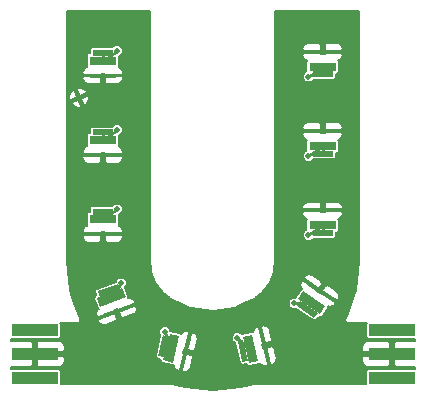
<source format=gtl>
G04 #@! TF.FileFunction,Copper,L1,Top,Signal*
%FSLAX46Y46*%
G04 Gerber Fmt 4.6, Leading zero omitted, Abs format (unit mm)*
G04 Created by KiCad (PCBNEW 4.0.0-rc2-stable) date 3/3/2016 3:48:12 PM*
%MOMM*%
G01*
G04 APERTURE LIST*
%ADD10C,0.150000*%
%ADD11R,1.800000X0.500000*%
%ADD12R,2.300000X0.320000*%
%ADD13R,2.300000X0.800000*%
%ADD14C,0.500000*%
%ADD15R,4.000000X1.000000*%
%ADD16C,0.600000*%
%ADD17C,0.254000*%
%ADD18C,0.152400*%
G04 APERTURE END LIST*
D10*
D11*
X54821617Y-22721893D03*
D12*
X54821617Y-24621893D03*
D13*
X54821617Y-23371893D03*
D14*
X56021617Y-22521893D03*
D11*
X54821617Y-29431410D03*
D12*
X54821617Y-31331410D03*
D13*
X54821617Y-30081410D03*
D14*
X56021617Y-29231410D03*
D11*
X54821617Y-36140924D03*
D12*
X54821617Y-38040924D03*
D13*
X54821617Y-36790924D03*
D14*
X56021617Y-35940924D03*
D10*
G36*
X54376499Y-42896259D02*
X56063188Y-42267704D01*
X56237787Y-42736229D01*
X54551098Y-43364784D01*
X54376499Y-42896259D01*
X54376499Y-42896259D01*
G37*
G36*
X54837139Y-44848285D02*
X56992352Y-44045133D01*
X57104095Y-44344989D01*
X54948882Y-45148141D01*
X54837139Y-44848285D01*
X54837139Y-44848285D01*
G37*
G36*
X54316835Y-43452083D02*
X56472049Y-42648930D01*
X56751407Y-43398569D01*
X54596193Y-44201722D01*
X54316835Y-43452083D01*
X54316835Y-43452083D01*
G37*
D14*
X56361763Y-42209797D03*
D10*
G36*
X59517080Y-48378839D02*
X59934861Y-46627994D01*
X60421206Y-46744045D01*
X60003425Y-48494890D01*
X59517080Y-48378839D01*
X59517080Y-48378839D01*
G37*
G36*
X61394712Y-49083892D02*
X61928543Y-46846701D01*
X62239804Y-46920974D01*
X61705973Y-49158165D01*
X61394712Y-49083892D01*
X61394712Y-49083892D01*
G37*
G36*
X59945401Y-48738062D02*
X60479232Y-46500871D01*
X61257385Y-46686552D01*
X60723554Y-48923743D01*
X59945401Y-48738062D01*
X59945401Y-48738062D01*
G37*
D14*
X60053126Y-46347791D03*
D10*
G36*
X66630357Y-48872197D02*
X66214535Y-47120885D01*
X66701011Y-47005379D01*
X67116833Y-48756691D01*
X66630357Y-48872197D01*
X66630357Y-48872197D01*
G37*
G36*
X68624283Y-48655720D02*
X68092955Y-46417934D01*
X68404299Y-46344010D01*
X68935627Y-48581796D01*
X68624283Y-48655720D01*
X68624283Y-48655720D01*
G37*
G36*
X67174586Y-48999928D02*
X66643257Y-46762142D01*
X67421618Y-46577332D01*
X67952947Y-48815118D01*
X67174586Y-48999928D01*
X67174586Y-48999928D01*
G37*
D14*
X66193879Y-46817450D03*
D10*
G36*
X72729226Y-45116742D02*
X71232348Y-44117064D01*
X71510036Y-43701264D01*
X73006914Y-44700942D01*
X72729226Y-45116742D01*
X72729226Y-45116742D01*
G37*
G36*
X74042325Y-43600704D02*
X72129648Y-42323338D01*
X72307369Y-42057226D01*
X74220046Y-43334592D01*
X74042325Y-43600704D01*
X74042325Y-43600704D01*
G37*
G36*
X73214814Y-44839787D02*
X71302137Y-43562420D01*
X71746438Y-42897141D01*
X73659115Y-44174508D01*
X73214814Y-44839787D01*
X73214814Y-44839787D01*
G37*
D14*
X71010637Y-43908871D03*
D11*
X73419270Y-37940924D03*
D12*
X73419270Y-36040924D03*
D13*
X73419270Y-37290924D03*
D14*
X72219270Y-38140924D03*
D11*
X73419270Y-31231406D03*
D12*
X73419270Y-29331406D03*
D13*
X73419270Y-30581406D03*
D14*
X72219270Y-31431406D03*
D11*
X73419270Y-24521891D03*
D12*
X73419270Y-22621891D03*
D13*
X73419270Y-23871891D03*
D14*
X72219270Y-24721891D03*
D15*
X79309200Y-50206340D03*
X79309200Y-48206340D03*
X79309200Y-46206340D03*
D16*
X78309200Y-50206340D03*
X78309200Y-48206340D03*
X78309200Y-46206340D03*
D15*
X49034782Y-46206340D03*
X49034782Y-48206340D03*
X49034782Y-50206340D03*
D16*
X50034782Y-46206340D03*
X50034782Y-48206340D03*
X50034782Y-50206340D03*
D14*
X52812719Y-26500477D03*
D17*
X54820000Y-22720000D02*
X54820000Y-23370000D01*
X54820000Y-22720000D02*
X54820000Y-23370000D01*
X54820000Y-22720000D02*
X54820000Y-23370000D01*
X54820000Y-22720000D02*
X54820000Y-23370000D01*
X54820000Y-22720000D02*
X54820000Y-23370000D01*
X54820000Y-22720000D02*
X54820000Y-23370000D01*
X54820000Y-22720000D02*
X54820000Y-23370000D01*
X54820000Y-22720000D02*
X54820000Y-23370000D01*
X54820000Y-22720000D02*
X54820000Y-23370000D01*
X54820000Y-23370000D02*
X56020000Y-22520000D01*
X54820000Y-23370000D02*
X56020000Y-22520000D01*
X54820000Y-23370000D02*
X56020000Y-22520000D01*
X54820000Y-23370000D02*
X56020000Y-22520000D01*
X54820000Y-23370000D02*
X56020000Y-22520000D01*
X54820000Y-23370000D02*
X56020000Y-22520000D01*
X54820000Y-23370000D02*
X56020000Y-22520000D01*
X54820000Y-23370000D02*
X56020000Y-22520000D01*
X54820000Y-23370000D02*
X56020000Y-22520000D01*
X54820000Y-29430000D02*
X54820000Y-30080000D01*
X54820000Y-29430000D02*
X54820000Y-30080000D01*
X54820000Y-29430000D02*
X54820000Y-30080000D01*
X54820000Y-29430000D02*
X54820000Y-30080000D01*
X54820000Y-29430000D02*
X54820000Y-30080000D01*
X54820000Y-29430000D02*
X54820000Y-30080000D01*
X54820000Y-29430000D02*
X54820000Y-30080000D01*
X54820000Y-29430000D02*
X54820000Y-30080000D01*
X54820000Y-29430000D02*
X54820000Y-30080000D01*
X54820000Y-30080000D02*
X56020000Y-29230000D01*
X54820000Y-30080000D02*
X56020000Y-29230000D01*
X54820000Y-30080000D02*
X56020000Y-29230000D01*
X54820000Y-30080000D02*
X56020000Y-29230000D01*
X54820000Y-30080000D02*
X56020000Y-29230000D01*
X54820000Y-30080000D02*
X56020000Y-29230000D01*
X54820000Y-30080000D02*
X56020000Y-29230000D01*
X54820000Y-30080000D02*
X56020000Y-29230000D01*
X54820000Y-30080000D02*
X56020000Y-29230000D01*
X54820000Y-36140000D02*
X54820000Y-36790000D01*
X54820000Y-36140000D02*
X54820000Y-36790000D01*
X54820000Y-36140000D02*
X54820000Y-36790000D01*
X54820000Y-36140000D02*
X54820000Y-36790000D01*
X54820000Y-36140000D02*
X54820000Y-36790000D01*
X54820000Y-36140000D02*
X54820000Y-36790000D01*
X54820000Y-36140000D02*
X54820000Y-36790000D01*
X54820000Y-36140000D02*
X54820000Y-36790000D01*
X54820000Y-36140000D02*
X54820000Y-36790000D01*
X54820000Y-36790000D02*
X56020000Y-35940000D01*
X54820000Y-36790000D02*
X56020000Y-35940000D01*
X54820000Y-36790000D02*
X56020000Y-35940000D01*
X54820000Y-36790000D02*
X56020000Y-35940000D01*
X54820000Y-36790000D02*
X56020000Y-35940000D01*
X54820000Y-36790000D02*
X56020000Y-35940000D01*
X54820000Y-36790000D02*
X56020000Y-35940000D01*
X54820000Y-36790000D02*
X56020000Y-35940000D01*
X54820000Y-36790000D02*
X56020000Y-35940000D01*
X55310000Y-42820000D02*
X55530000Y-43430000D01*
X55310000Y-42820000D02*
X55530000Y-43430000D01*
X55310000Y-42820000D02*
X55530000Y-43430000D01*
X55310000Y-42820000D02*
X55530000Y-43430000D01*
X55310000Y-42820000D02*
X55530000Y-43430000D01*
X55310000Y-42820000D02*
X55530000Y-43430000D01*
X55310000Y-42820000D02*
X55530000Y-43430000D01*
X55310000Y-42820000D02*
X55530000Y-43430000D01*
X55310000Y-42820000D02*
X55530000Y-43430000D01*
X55530000Y-43430000D02*
X56360000Y-42210000D01*
X55530000Y-43430000D02*
X56360000Y-42210000D01*
X55530000Y-43430000D02*
X56360000Y-42210000D01*
X55530000Y-43430000D02*
X56360000Y-42210000D01*
X55530000Y-43430000D02*
X56360000Y-42210000D01*
X55530000Y-43430000D02*
X56360000Y-42210000D01*
X55530000Y-43430000D02*
X56360000Y-42210000D01*
X55530000Y-43430000D02*
X56360000Y-42210000D01*
X55530000Y-43430000D02*
X56360000Y-42210000D01*
X59970000Y-47560000D02*
X60600000Y-47710000D01*
X59970000Y-47560000D02*
X60600000Y-47710000D01*
X59970000Y-47560000D02*
X60600000Y-47710000D01*
X59970000Y-47560000D02*
X60600000Y-47710000D01*
X59970000Y-47560000D02*
X60600000Y-47710000D01*
X59970000Y-47560000D02*
X60600000Y-47710000D01*
X59970000Y-47560000D02*
X60600000Y-47710000D01*
X59970000Y-47560000D02*
X60600000Y-47710000D01*
X59970000Y-47560000D02*
X60600000Y-47710000D01*
X60600000Y-47710000D02*
X60050000Y-46350000D01*
X60600000Y-47710000D02*
X60050000Y-46350000D01*
X60600000Y-47710000D02*
X60050000Y-46350000D01*
X60600000Y-47710000D02*
X60050000Y-46350000D01*
X60600000Y-47710000D02*
X60050000Y-46350000D01*
X60600000Y-47710000D02*
X60050000Y-46350000D01*
X60600000Y-47710000D02*
X60050000Y-46350000D01*
X60600000Y-47710000D02*
X60050000Y-46350000D01*
X60600000Y-47710000D02*
X60050000Y-46350000D01*
X66670000Y-47940000D02*
X67300000Y-47790000D01*
X66670000Y-47940000D02*
X67300000Y-47790000D01*
X66670000Y-47940000D02*
X67300000Y-47790000D01*
X66670000Y-47940000D02*
X67300000Y-47790000D01*
X66670000Y-47940000D02*
X67300000Y-47790000D01*
X66670000Y-47940000D02*
X67300000Y-47790000D01*
X66670000Y-47940000D02*
X67300000Y-47790000D01*
X66670000Y-47940000D02*
X67300000Y-47790000D01*
X66670000Y-47940000D02*
X67300000Y-47790000D01*
X67300000Y-47790000D02*
X66190000Y-46820000D01*
X67300000Y-47790000D02*
X66190000Y-46820000D01*
X67300000Y-47790000D02*
X66190000Y-46820000D01*
X67300000Y-47790000D02*
X66190000Y-46820000D01*
X67300000Y-47790000D02*
X66190000Y-46820000D01*
X67300000Y-47790000D02*
X66190000Y-46820000D01*
X67300000Y-47790000D02*
X66190000Y-46820000D01*
X67300000Y-47790000D02*
X66190000Y-46820000D01*
X67300000Y-47790000D02*
X66190000Y-46820000D01*
X72120000Y-44410000D02*
X72480000Y-43870000D01*
X72120000Y-44410000D02*
X72480000Y-43870000D01*
X72120000Y-44410000D02*
X72480000Y-43870000D01*
X72120000Y-44410000D02*
X72480000Y-43870000D01*
X72120000Y-44410000D02*
X72480000Y-43870000D01*
X72120000Y-44410000D02*
X72480000Y-43870000D01*
X72120000Y-44410000D02*
X72480000Y-43870000D01*
X72120000Y-44410000D02*
X72480000Y-43870000D01*
X72120000Y-44410000D02*
X72480000Y-43870000D01*
X72480000Y-43870000D02*
X71010000Y-43910000D01*
X72480000Y-43870000D02*
X71010000Y-43910000D01*
X72480000Y-43870000D02*
X71010000Y-43910000D01*
X72480000Y-43870000D02*
X71010000Y-43910000D01*
X72480000Y-43870000D02*
X71010000Y-43910000D01*
X72480000Y-43870000D02*
X71010000Y-43910000D01*
X72480000Y-43870000D02*
X71010000Y-43910000D01*
X72480000Y-43870000D02*
X71010000Y-43910000D01*
X72480000Y-43870000D02*
X71010000Y-43910000D01*
X73420000Y-37940000D02*
X73420000Y-37290000D01*
X73420000Y-37940000D02*
X73420000Y-37290000D01*
X73420000Y-37940000D02*
X73420000Y-37290000D01*
X73420000Y-37940000D02*
X73420000Y-37290000D01*
X73420000Y-37940000D02*
X73420000Y-37290000D01*
X73420000Y-37940000D02*
X73420000Y-37290000D01*
X73420000Y-37940000D02*
X73420000Y-37290000D01*
X73420000Y-37940000D02*
X73420000Y-37290000D01*
X73420000Y-37940000D02*
X73420000Y-37290000D01*
X73420000Y-37290000D02*
X72220000Y-38140000D01*
X73420000Y-37290000D02*
X72220000Y-38140000D01*
X73420000Y-37290000D02*
X72220000Y-38140000D01*
X73420000Y-37290000D02*
X72220000Y-38140000D01*
X73420000Y-37290000D02*
X72220000Y-38140000D01*
X73420000Y-37290000D02*
X72220000Y-38140000D01*
X73420000Y-37290000D02*
X72220000Y-38140000D01*
X73420000Y-37290000D02*
X72220000Y-38140000D01*
X73420000Y-37290000D02*
X72220000Y-38140000D01*
X73420000Y-31230000D02*
X73420000Y-30580000D01*
X73420000Y-31230000D02*
X73420000Y-30580000D01*
X73420000Y-31230000D02*
X73420000Y-30580000D01*
X73420000Y-31230000D02*
X73420000Y-30580000D01*
X73420000Y-31230000D02*
X73420000Y-30580000D01*
X73420000Y-31230000D02*
X73420000Y-30580000D01*
X73420000Y-31230000D02*
X73420000Y-30580000D01*
X73420000Y-31230000D02*
X73420000Y-30580000D01*
X73420000Y-31230000D02*
X73420000Y-30580000D01*
X73420000Y-30580000D02*
X72220000Y-31430000D01*
X73420000Y-30580000D02*
X72220000Y-31430000D01*
X73420000Y-30580000D02*
X72220000Y-31430000D01*
X73420000Y-30580000D02*
X72220000Y-31430000D01*
X73420000Y-30580000D02*
X72220000Y-31430000D01*
X73420000Y-30580000D02*
X72220000Y-31430000D01*
X73420000Y-30580000D02*
X72220000Y-31430000D01*
X73420000Y-30580000D02*
X72220000Y-31430000D01*
X73420000Y-30580000D02*
X72220000Y-31430000D01*
X73420000Y-24520000D02*
X73420000Y-23870000D01*
X73420000Y-24520000D02*
X73420000Y-23870000D01*
X73420000Y-24520000D02*
X73420000Y-23870000D01*
X73420000Y-24520000D02*
X73420000Y-23870000D01*
X73420000Y-24520000D02*
X73420000Y-23870000D01*
X73420000Y-24520000D02*
X73420000Y-23870000D01*
X73420000Y-24520000D02*
X73420000Y-23870000D01*
X73420000Y-24520000D02*
X73420000Y-23870000D01*
X73420000Y-24520000D02*
X73420000Y-23870000D01*
X73420000Y-23870000D02*
X72220000Y-24720000D01*
X73420000Y-23870000D02*
X72220000Y-24720000D01*
X73420000Y-23870000D02*
X72220000Y-24720000D01*
X73420000Y-23870000D02*
X72220000Y-24720000D01*
X73420000Y-23870000D02*
X72220000Y-24720000D01*
X73420000Y-23870000D02*
X72220000Y-24720000D01*
X73420000Y-23870000D02*
X72220000Y-24720000D01*
X73420000Y-23870000D02*
X72220000Y-24720000D01*
X73420000Y-23870000D02*
X72220000Y-24720000D01*
D18*
G36*
X58761400Y-40230000D02*
X58764594Y-40246059D01*
X58763288Y-40262381D01*
X58873288Y-41202381D01*
X58884947Y-41238426D01*
X58892192Y-41275608D01*
X59232192Y-42105608D01*
X59251436Y-42134654D01*
X59266356Y-42166136D01*
X59786355Y-42866136D01*
X59809071Y-42886692D01*
X59827902Y-42910851D01*
X60487902Y-43480851D01*
X60521341Y-43499820D01*
X60552356Y-43522543D01*
X62162356Y-44272543D01*
X62202255Y-44282290D01*
X62241020Y-44295860D01*
X64081020Y-44555860D01*
X64120425Y-44553652D01*
X64159829Y-44555738D01*
X65959829Y-44295738D01*
X65998461Y-44282081D01*
X66038247Y-44272261D01*
X66611277Y-44003653D01*
X70531954Y-44003653D01*
X70604663Y-44179622D01*
X70739178Y-44314371D01*
X70915020Y-44387387D01*
X71105419Y-44387554D01*
X71174780Y-44358894D01*
X72599780Y-45310569D01*
X72679081Y-45344362D01*
X72771589Y-45345938D01*
X72857421Y-45311399D01*
X72923054Y-45246188D01*
X73071296Y-45024216D01*
X73085368Y-45033614D01*
X73164669Y-45067407D01*
X73257176Y-45068983D01*
X73343009Y-45034444D01*
X73408641Y-44969233D01*
X73852942Y-44303954D01*
X73886735Y-44224653D01*
X73887741Y-44165610D01*
X74042463Y-44196349D01*
X74270397Y-44150956D01*
X74463608Y-44021791D01*
X74491463Y-43980082D01*
X74451121Y-43777514D01*
X73278275Y-42994239D01*
X73233845Y-43060767D01*
X72938129Y-42863275D01*
X72939526Y-42861183D01*
X73367135Y-42861183D01*
X74539981Y-43644459D01*
X74742549Y-43604116D01*
X74770404Y-43562407D01*
X74815691Y-43334454D01*
X74770297Y-43106520D01*
X74641132Y-42913309D01*
X74447861Y-42784235D01*
X73857472Y-42389948D01*
X73654904Y-42430290D01*
X73367135Y-42861183D01*
X72939526Y-42861183D01*
X72982559Y-42796747D01*
X71809713Y-42013471D01*
X71607145Y-42053814D01*
X71579290Y-42095523D01*
X71534003Y-42323476D01*
X71579397Y-42551410D01*
X71667218Y-42682777D01*
X71618243Y-42702484D01*
X71552611Y-42767695D01*
X71109233Y-43431592D01*
X71106254Y-43430355D01*
X70915855Y-43430188D01*
X70739886Y-43502897D01*
X70605137Y-43637412D01*
X70532121Y-43813254D01*
X70531954Y-44003653D01*
X66611277Y-44003653D01*
X67638248Y-43522261D01*
X67668946Y-43499657D01*
X67702098Y-43480851D01*
X68362099Y-42910851D01*
X68380933Y-42886688D01*
X68403644Y-42866136D01*
X68923644Y-42166136D01*
X68938564Y-42134654D01*
X68957808Y-42105608D01*
X69133034Y-41677848D01*
X71858231Y-41677848D01*
X71898573Y-41880416D01*
X73071419Y-42663691D01*
X73359187Y-42232798D01*
X73318845Y-42030230D01*
X72728456Y-41635943D01*
X72535184Y-41506869D01*
X72307231Y-41461581D01*
X72079297Y-41506974D01*
X71886086Y-41636139D01*
X71858231Y-41677848D01*
X69133034Y-41677848D01*
X69297808Y-41275608D01*
X69305053Y-41238426D01*
X69316712Y-41202381D01*
X69426712Y-40262381D01*
X69425406Y-40246059D01*
X69428600Y-40230000D01*
X69428600Y-36266974D01*
X71685070Y-36266974D01*
X71685070Y-36317129D01*
X71774009Y-36531847D01*
X71938348Y-36696185D01*
X72084338Y-36756656D01*
X72054555Y-36800244D01*
X72036192Y-36890924D01*
X72036192Y-37690924D01*
X72037554Y-37698162D01*
X71948519Y-37734950D01*
X71813770Y-37869465D01*
X71740754Y-38045307D01*
X71740587Y-38235706D01*
X71813296Y-38411675D01*
X71947811Y-38546424D01*
X72123653Y-38619440D01*
X72314052Y-38619607D01*
X72490021Y-38546898D01*
X72613131Y-38424002D01*
X74319270Y-38424002D01*
X74403984Y-38408062D01*
X74481788Y-38357996D01*
X74533985Y-38281604D01*
X74552348Y-38190924D01*
X74552348Y-37924002D01*
X74569270Y-37924002D01*
X74653984Y-37908062D01*
X74731788Y-37857996D01*
X74783985Y-37781604D01*
X74802348Y-37690924D01*
X74802348Y-36890924D01*
X74786408Y-36806210D01*
X74754453Y-36756552D01*
X74900192Y-36696185D01*
X75064531Y-36531847D01*
X75153470Y-36317129D01*
X75153470Y-36266974D01*
X75007420Y-36120924D01*
X73597070Y-36120924D01*
X73597070Y-36200924D01*
X73241470Y-36200924D01*
X73241470Y-36120924D01*
X71831120Y-36120924D01*
X71685070Y-36266974D01*
X69428600Y-36266974D01*
X69428600Y-35764719D01*
X71685070Y-35764719D01*
X71685070Y-35814874D01*
X71831120Y-35960924D01*
X73241470Y-35960924D01*
X73241470Y-35442774D01*
X73597070Y-35442774D01*
X73597070Y-35960924D01*
X75007420Y-35960924D01*
X75153470Y-35814874D01*
X75153470Y-35764719D01*
X75064531Y-35550001D01*
X74900192Y-35385663D01*
X74685474Y-35296724D01*
X73743120Y-35296724D01*
X73597070Y-35442774D01*
X73241470Y-35442774D01*
X73095420Y-35296724D01*
X72153066Y-35296724D01*
X71938348Y-35385663D01*
X71774009Y-35550001D01*
X71685070Y-35764719D01*
X69428600Y-35764719D01*
X69428600Y-29557456D01*
X71685070Y-29557456D01*
X71685070Y-29607611D01*
X71774009Y-29822329D01*
X71938348Y-29986667D01*
X72084338Y-30047138D01*
X72054555Y-30090726D01*
X72036192Y-30181406D01*
X72036192Y-30981406D01*
X72037554Y-30988644D01*
X71948519Y-31025432D01*
X71813770Y-31159947D01*
X71740754Y-31335789D01*
X71740587Y-31526188D01*
X71813296Y-31702157D01*
X71947811Y-31836906D01*
X72123653Y-31909922D01*
X72314052Y-31910089D01*
X72490021Y-31837380D01*
X72613131Y-31714484D01*
X74319270Y-31714484D01*
X74403984Y-31698544D01*
X74481788Y-31648478D01*
X74533985Y-31572086D01*
X74552348Y-31481406D01*
X74552348Y-31214484D01*
X74569270Y-31214484D01*
X74653984Y-31198544D01*
X74731788Y-31148478D01*
X74783985Y-31072086D01*
X74802348Y-30981406D01*
X74802348Y-30181406D01*
X74786408Y-30096692D01*
X74754453Y-30047034D01*
X74900192Y-29986667D01*
X75064531Y-29822329D01*
X75153470Y-29607611D01*
X75153470Y-29557456D01*
X75007420Y-29411406D01*
X73597070Y-29411406D01*
X73597070Y-29491406D01*
X73241470Y-29491406D01*
X73241470Y-29411406D01*
X71831120Y-29411406D01*
X71685070Y-29557456D01*
X69428600Y-29557456D01*
X69428600Y-29055201D01*
X71685070Y-29055201D01*
X71685070Y-29105356D01*
X71831120Y-29251406D01*
X73241470Y-29251406D01*
X73241470Y-28733256D01*
X73597070Y-28733256D01*
X73597070Y-29251406D01*
X75007420Y-29251406D01*
X75153470Y-29105356D01*
X75153470Y-29055201D01*
X75064531Y-28840483D01*
X74900192Y-28676145D01*
X74685474Y-28587206D01*
X73743120Y-28587206D01*
X73597070Y-28733256D01*
X73241470Y-28733256D01*
X73095420Y-28587206D01*
X72153066Y-28587206D01*
X71938348Y-28676145D01*
X71774009Y-28840483D01*
X71685070Y-29055201D01*
X69428600Y-29055201D01*
X69428600Y-22847941D01*
X71685070Y-22847941D01*
X71685070Y-22898096D01*
X71774009Y-23112814D01*
X71938348Y-23277152D01*
X72084338Y-23337623D01*
X72054555Y-23381211D01*
X72036192Y-23471891D01*
X72036192Y-24271891D01*
X72037554Y-24279129D01*
X71948519Y-24315917D01*
X71813770Y-24450432D01*
X71740754Y-24626274D01*
X71740587Y-24816673D01*
X71813296Y-24992642D01*
X71947811Y-25127391D01*
X72123653Y-25200407D01*
X72314052Y-25200574D01*
X72490021Y-25127865D01*
X72613131Y-25004969D01*
X74319270Y-25004969D01*
X74403984Y-24989029D01*
X74481788Y-24938963D01*
X74533985Y-24862571D01*
X74552348Y-24771891D01*
X74552348Y-24504969D01*
X74569270Y-24504969D01*
X74653984Y-24489029D01*
X74731788Y-24438963D01*
X74783985Y-24362571D01*
X74802348Y-24271891D01*
X74802348Y-23471891D01*
X74786408Y-23387177D01*
X74754453Y-23337519D01*
X74900192Y-23277152D01*
X75064531Y-23112814D01*
X75153470Y-22898096D01*
X75153470Y-22847941D01*
X75007420Y-22701891D01*
X73597070Y-22701891D01*
X73597070Y-22781891D01*
X73241470Y-22781891D01*
X73241470Y-22701891D01*
X71831120Y-22701891D01*
X71685070Y-22847941D01*
X69428600Y-22847941D01*
X69428600Y-22345686D01*
X71685070Y-22345686D01*
X71685070Y-22395841D01*
X71831120Y-22541891D01*
X73241470Y-22541891D01*
X73241470Y-22023741D01*
X73597070Y-22023741D01*
X73597070Y-22541891D01*
X75007420Y-22541891D01*
X75153470Y-22395841D01*
X75153470Y-22345686D01*
X75064531Y-22130968D01*
X74900192Y-21966630D01*
X74685474Y-21877691D01*
X73743120Y-21877691D01*
X73597070Y-22023741D01*
X73241470Y-22023741D01*
X73095420Y-21877691D01*
X72153066Y-21877691D01*
X71938348Y-21966630D01*
X71774009Y-22130968D01*
X71685070Y-22345686D01*
X69428600Y-22345686D01*
X69428600Y-19128600D01*
X76501400Y-19128600D01*
X76501400Y-40335665D01*
X76246326Y-42807920D01*
X75478637Y-44955508D01*
X75366410Y-45128166D01*
X75356881Y-45152022D01*
X75342607Y-45173384D01*
X75336913Y-45202010D01*
X75326086Y-45229115D01*
X75326412Y-45254804D01*
X75321400Y-45280000D01*
X75327094Y-45308626D01*
X75327464Y-45337811D01*
X75337595Y-45361419D01*
X75342607Y-45386616D01*
X75358822Y-45410883D01*
X75370332Y-45437705D01*
X75388728Y-45455640D01*
X75403000Y-45477000D01*
X75427269Y-45493216D01*
X75448166Y-45513590D01*
X75472022Y-45523119D01*
X75493384Y-45537393D01*
X75522010Y-45543087D01*
X75549115Y-45553914D01*
X75574804Y-45553588D01*
X75600000Y-45558600D01*
X77133473Y-45558600D01*
X77094485Y-45615660D01*
X77076122Y-45706340D01*
X77076122Y-46706340D01*
X77092062Y-46791054D01*
X77142128Y-46868858D01*
X77218520Y-46921055D01*
X77309200Y-46939418D01*
X81201400Y-46939418D01*
X81201400Y-47122140D01*
X79633050Y-47122140D01*
X79487000Y-47268190D01*
X79487000Y-48028540D01*
X79507000Y-48028540D01*
X79507000Y-48384140D01*
X79487000Y-48384140D01*
X79487000Y-49144490D01*
X79633050Y-49290540D01*
X81201400Y-49290540D01*
X81201400Y-49473262D01*
X77309200Y-49473262D01*
X77224486Y-49489202D01*
X77146682Y-49539268D01*
X77094485Y-49615660D01*
X77076122Y-49706340D01*
X77076122Y-50706340D01*
X77084601Y-50751400D01*
X67690000Y-50751400D01*
X67657081Y-50757948D01*
X67623547Y-50759441D01*
X66506177Y-51033883D01*
X64120000Y-51210636D01*
X61734401Y-51033925D01*
X60637570Y-50759718D01*
X60603476Y-50758059D01*
X60570000Y-50751400D01*
X51258735Y-50751400D01*
X51267860Y-50706340D01*
X51267860Y-49706340D01*
X51251920Y-49621626D01*
X51201854Y-49543822D01*
X51125462Y-49491625D01*
X51034782Y-49473262D01*
X47038600Y-49473262D01*
X47038600Y-49290540D01*
X48710932Y-49290540D01*
X48856982Y-49144490D01*
X48856982Y-48384140D01*
X48836982Y-48384140D01*
X48836982Y-48144673D01*
X49135370Y-48144673D01*
X49180235Y-48493557D01*
X49212582Y-48571650D01*
X49212582Y-49144490D01*
X49358632Y-49290540D01*
X51150986Y-49290540D01*
X51365704Y-49201601D01*
X51530043Y-49037263D01*
X51618982Y-48822545D01*
X51618982Y-48530190D01*
X51499633Y-48410841D01*
X59286209Y-48410841D01*
X59316849Y-48498142D01*
X59379040Y-48566643D01*
X59462982Y-48605552D01*
X59722615Y-48667505D01*
X59718688Y-48683964D01*
X59714530Y-48770064D01*
X59745171Y-48857365D01*
X59807361Y-48925866D01*
X59891303Y-48964775D01*
X60669456Y-49150456D01*
X60755557Y-49154613D01*
X60811276Y-49135057D01*
X60836168Y-49290827D01*
X60957875Y-49488821D01*
X61146087Y-49625168D01*
X61194872Y-49636809D01*
X61310417Y-49565782D01*
X61526463Y-49565782D01*
X61634626Y-49741741D01*
X61683412Y-49753382D01*
X61912909Y-49716708D01*
X62110902Y-49595000D01*
X62247249Y-49406788D01*
X62301191Y-49180726D01*
X62465969Y-48490168D01*
X62357806Y-48314209D01*
X61853806Y-48193946D01*
X61526463Y-49565782D01*
X61310417Y-49565782D01*
X61370832Y-49528645D01*
X61698175Y-48156810D01*
X61620359Y-48138242D01*
X61689602Y-47848056D01*
X61936341Y-47848056D01*
X62440341Y-47968319D01*
X62616301Y-47860156D01*
X62781080Y-47169598D01*
X62835022Y-46943536D01*
X62830020Y-46912232D01*
X65715196Y-46912232D01*
X65787905Y-47088201D01*
X65922420Y-47222950D01*
X66007610Y-47258324D01*
X66403584Y-48926041D01*
X66438662Y-49004781D01*
X66505348Y-49068915D01*
X66591731Y-49102052D01*
X66684201Y-49098970D01*
X66943904Y-49037308D01*
X66947813Y-49053772D01*
X66982891Y-49132512D01*
X67049577Y-49196646D01*
X67135960Y-49229783D01*
X67228430Y-49226701D01*
X68006791Y-49041891D01*
X68085531Y-49006813D01*
X68126464Y-48964251D01*
X68218866Y-49092103D01*
X68416723Y-49214032D01*
X68646179Y-49250963D01*
X68694977Y-49239377D01*
X68803337Y-49063538D01*
X68477529Y-47691337D01*
X68399693Y-47709818D01*
X68386529Y-47654375D01*
X68633201Y-47654375D01*
X68959009Y-49026576D01*
X69134848Y-49134936D01*
X69183647Y-49123349D01*
X69372011Y-48987214D01*
X69493939Y-48789356D01*
X69530870Y-48559900D01*
X69477180Y-48333777D01*
X69313174Y-47643036D01*
X69227331Y-47590135D01*
X76725000Y-47590135D01*
X76725000Y-47882490D01*
X76871050Y-48028540D01*
X77441280Y-48028540D01*
X77409788Y-48144673D01*
X77440582Y-48384140D01*
X76871050Y-48384140D01*
X76725000Y-48530190D01*
X76725000Y-48822545D01*
X76813939Y-49037263D01*
X76978278Y-49201601D01*
X77192996Y-49290540D01*
X78985350Y-49290540D01*
X79131400Y-49144490D01*
X79131400Y-48552738D01*
X79208612Y-48268007D01*
X79163747Y-47919123D01*
X79131400Y-47841030D01*
X79131400Y-47268190D01*
X78985350Y-47122140D01*
X77192996Y-47122140D01*
X76978278Y-47211079D01*
X76813939Y-47375417D01*
X76725000Y-47590135D01*
X69227331Y-47590135D01*
X69137336Y-47534676D01*
X68633201Y-47654375D01*
X68386529Y-47654375D01*
X68317544Y-47363836D01*
X68395381Y-47345355D01*
X68069573Y-45973154D01*
X68009594Y-45936192D01*
X68225245Y-45936192D01*
X68551053Y-47308393D01*
X69055188Y-47188694D01*
X69163548Y-47012855D01*
X68999542Y-46322114D01*
X68945852Y-46095991D01*
X68809716Y-45907627D01*
X68611859Y-45785698D01*
X68382403Y-45748767D01*
X68333605Y-45760353D01*
X68225245Y-45936192D01*
X68009594Y-45936192D01*
X67893734Y-45864794D01*
X67844935Y-45876381D01*
X67656571Y-46012516D01*
X67534643Y-46210374D01*
X67509533Y-46366385D01*
X67460244Y-46347477D01*
X67367774Y-46350559D01*
X66589413Y-46535369D01*
X66588811Y-46535637D01*
X66465338Y-46411950D01*
X66289496Y-46338934D01*
X66099097Y-46338767D01*
X65923128Y-46411476D01*
X65788379Y-46545991D01*
X65715363Y-46721833D01*
X65715196Y-46912232D01*
X62830020Y-46912232D01*
X62798348Y-46714039D01*
X62676641Y-46516045D01*
X62488429Y-46379698D01*
X62439644Y-46368057D01*
X62263684Y-46476221D01*
X61936341Y-47848056D01*
X61689602Y-47848056D01*
X61702895Y-47792352D01*
X61780710Y-47810920D01*
X62108053Y-46439084D01*
X61999890Y-46263125D01*
X61951104Y-46251484D01*
X61721607Y-46288158D01*
X61523614Y-46409866D01*
X61430910Y-46537834D01*
X61395425Y-46498748D01*
X61311483Y-46459839D01*
X60533330Y-46274158D01*
X60531791Y-46274084D01*
X60531809Y-46253009D01*
X60459100Y-46077040D01*
X60324585Y-45942291D01*
X60148743Y-45869275D01*
X59958344Y-45869108D01*
X59782375Y-45941817D01*
X59647626Y-46076332D01*
X59574610Y-46252174D01*
X59574443Y-46442573D01*
X59647152Y-46618542D01*
X59687783Y-46659243D01*
X59290367Y-48324741D01*
X59286209Y-48410841D01*
X51499633Y-48410841D01*
X51472932Y-48384140D01*
X50902702Y-48384140D01*
X50934194Y-48268007D01*
X50903400Y-48028540D01*
X51472932Y-48028540D01*
X51618982Y-47882490D01*
X51618982Y-47590135D01*
X51530043Y-47375417D01*
X51365704Y-47211079D01*
X51150986Y-47122140D01*
X49358632Y-47122140D01*
X49212582Y-47268190D01*
X49212582Y-47859942D01*
X49135370Y-48144673D01*
X48836982Y-48144673D01*
X48836982Y-48028540D01*
X48856982Y-48028540D01*
X48856982Y-47268190D01*
X48710932Y-47122140D01*
X47038600Y-47122140D01*
X47038600Y-46939418D01*
X51034782Y-46939418D01*
X51119496Y-46923478D01*
X51197300Y-46873412D01*
X51249497Y-46797020D01*
X51267860Y-46706340D01*
X51267860Y-45706340D01*
X51251920Y-45621626D01*
X51211363Y-45558600D01*
X52640000Y-45558600D01*
X52665196Y-45553588D01*
X52690885Y-45553914D01*
X52717990Y-45543087D01*
X52746616Y-45537393D01*
X52767978Y-45523119D01*
X52791834Y-45513590D01*
X52812731Y-45493216D01*
X52837000Y-45477000D01*
X52851272Y-45455640D01*
X52869668Y-45437705D01*
X52879825Y-45414034D01*
X54424522Y-45414034D01*
X54442036Y-45461032D01*
X54600355Y-45631176D01*
X54811735Y-45727782D01*
X55043994Y-45736144D01*
X55261772Y-45654987D01*
X55927026Y-45407077D01*
X56012882Y-45219220D01*
X55831945Y-44733688D01*
X54510378Y-45226178D01*
X54424522Y-45414034D01*
X52879825Y-45414034D01*
X52881178Y-45410883D01*
X52897393Y-45386616D01*
X52902405Y-45361419D01*
X52912536Y-45337811D01*
X52912906Y-45308626D01*
X52918600Y-45280000D01*
X52913588Y-45254804D01*
X52913914Y-45229115D01*
X52903087Y-45202010D01*
X52897393Y-45173384D01*
X52883119Y-45152022D01*
X52873590Y-45128166D01*
X52761364Y-44955511D01*
X52220367Y-43442089D01*
X54083971Y-43442089D01*
X54098429Y-43533473D01*
X54377787Y-44283112D01*
X54422306Y-44356927D01*
X54469588Y-44392301D01*
X54354105Y-44499758D01*
X54257497Y-44711138D01*
X54249136Y-44943396D01*
X54266650Y-44990394D01*
X54454506Y-45076250D01*
X55706964Y-44609514D01*
X56165160Y-44609514D01*
X56346096Y-45095046D01*
X56533953Y-45180902D01*
X57199206Y-44932991D01*
X57416985Y-44851835D01*
X57587129Y-44693516D01*
X57683737Y-44482136D01*
X57692098Y-44249878D01*
X57674584Y-44202880D01*
X57486728Y-44117024D01*
X56165160Y-44609514D01*
X55706964Y-44609514D01*
X55776074Y-44583760D01*
X55748138Y-44508796D01*
X56081353Y-44384622D01*
X56109289Y-44459586D01*
X57430856Y-43967096D01*
X57516712Y-43779240D01*
X57499198Y-43732242D01*
X57340879Y-43562098D01*
X57129499Y-43465492D01*
X56971584Y-43459807D01*
X56984271Y-43408563D01*
X56969813Y-43317179D01*
X56690455Y-42567540D01*
X56686837Y-42561542D01*
X56767263Y-42481256D01*
X56840279Y-42305414D01*
X56840446Y-42115015D01*
X56767737Y-41939046D01*
X56633222Y-41804297D01*
X56457380Y-41731281D01*
X56266981Y-41731114D01*
X56091012Y-41803823D01*
X55956263Y-41938338D01*
X55897079Y-42080869D01*
X54295109Y-42677853D01*
X54221294Y-42722372D01*
X54165870Y-42796455D01*
X54143635Y-42886265D01*
X54158093Y-42977649D01*
X54251302Y-43227768D01*
X54235445Y-43233677D01*
X54161630Y-43278196D01*
X54106206Y-43352279D01*
X54083971Y-43442089D01*
X52220367Y-43442089D01*
X51993674Y-42807923D01*
X51738600Y-40335664D01*
X51738600Y-38266974D01*
X53087417Y-38266974D01*
X53087417Y-38317129D01*
X53176356Y-38531847D01*
X53340695Y-38696185D01*
X53555413Y-38785124D01*
X54497767Y-38785124D01*
X54643817Y-38639074D01*
X54643817Y-38120924D01*
X54999417Y-38120924D01*
X54999417Y-38639074D01*
X55145467Y-38785124D01*
X56087821Y-38785124D01*
X56302539Y-38696185D01*
X56466878Y-38531847D01*
X56555817Y-38317129D01*
X56555817Y-38266974D01*
X56409767Y-38120924D01*
X54999417Y-38120924D01*
X54643817Y-38120924D01*
X53233467Y-38120924D01*
X53087417Y-38266974D01*
X51738600Y-38266974D01*
X51738600Y-37764719D01*
X53087417Y-37764719D01*
X53087417Y-37814874D01*
X53233467Y-37960924D01*
X54643817Y-37960924D01*
X54643817Y-37880924D01*
X54999417Y-37880924D01*
X54999417Y-37960924D01*
X56409767Y-37960924D01*
X56555817Y-37814874D01*
X56555817Y-37764719D01*
X56466878Y-37550001D01*
X56302539Y-37385663D01*
X56156549Y-37325192D01*
X56186332Y-37281604D01*
X56204695Y-37190924D01*
X56204695Y-36390924D01*
X56203333Y-36383686D01*
X56292368Y-36346898D01*
X56427117Y-36212383D01*
X56500133Y-36036541D01*
X56500300Y-35846142D01*
X56427591Y-35670173D01*
X56293076Y-35535424D01*
X56117234Y-35462408D01*
X55926835Y-35462241D01*
X55750866Y-35534950D01*
X55627756Y-35657846D01*
X53921617Y-35657846D01*
X53836903Y-35673786D01*
X53759099Y-35723852D01*
X53706902Y-35800244D01*
X53688539Y-35890924D01*
X53688539Y-36157846D01*
X53671617Y-36157846D01*
X53586903Y-36173786D01*
X53509099Y-36223852D01*
X53456902Y-36300244D01*
X53438539Y-36390924D01*
X53438539Y-37190924D01*
X53454479Y-37275638D01*
X53486434Y-37325296D01*
X53340695Y-37385663D01*
X53176356Y-37550001D01*
X53087417Y-37764719D01*
X51738600Y-37764719D01*
X51738600Y-31557460D01*
X53087417Y-31557460D01*
X53087417Y-31607615D01*
X53176356Y-31822333D01*
X53340695Y-31986671D01*
X53555413Y-32075610D01*
X54497767Y-32075610D01*
X54643817Y-31929560D01*
X54643817Y-31411410D01*
X54999417Y-31411410D01*
X54999417Y-31929560D01*
X55145467Y-32075610D01*
X56087821Y-32075610D01*
X56302539Y-31986671D01*
X56466878Y-31822333D01*
X56555817Y-31607615D01*
X56555817Y-31557460D01*
X56409767Y-31411410D01*
X54999417Y-31411410D01*
X54643817Y-31411410D01*
X53233467Y-31411410D01*
X53087417Y-31557460D01*
X51738600Y-31557460D01*
X51738600Y-31055205D01*
X53087417Y-31055205D01*
X53087417Y-31105360D01*
X53233467Y-31251410D01*
X54643817Y-31251410D01*
X54643817Y-31171410D01*
X54999417Y-31171410D01*
X54999417Y-31251410D01*
X56409767Y-31251410D01*
X56555817Y-31105360D01*
X56555817Y-31055205D01*
X56466878Y-30840487D01*
X56302539Y-30676149D01*
X56156549Y-30615678D01*
X56186332Y-30572090D01*
X56204695Y-30481410D01*
X56204695Y-29681410D01*
X56203333Y-29674172D01*
X56292368Y-29637384D01*
X56427117Y-29502869D01*
X56500133Y-29327027D01*
X56500300Y-29136628D01*
X56427591Y-28960659D01*
X56293076Y-28825910D01*
X56117234Y-28752894D01*
X55926835Y-28752727D01*
X55750866Y-28825436D01*
X55627756Y-28948332D01*
X53921617Y-28948332D01*
X53836903Y-28964272D01*
X53759099Y-29014338D01*
X53706902Y-29090730D01*
X53688539Y-29181410D01*
X53688539Y-29448332D01*
X53671617Y-29448332D01*
X53586903Y-29464272D01*
X53509099Y-29514338D01*
X53456902Y-29590730D01*
X53438539Y-29681410D01*
X53438539Y-30481410D01*
X53454479Y-30566124D01*
X53486434Y-30615782D01*
X53340695Y-30676149D01*
X53176356Y-30840487D01*
X53087417Y-31055205D01*
X51738600Y-31055205D01*
X51738600Y-27052309D01*
X52165489Y-27052309D01*
X52425933Y-27257988D01*
X52745263Y-27348341D01*
X52894963Y-27347035D01*
X52968556Y-27187518D01*
X52746497Y-26664381D01*
X52223361Y-26886440D01*
X52165489Y-27052309D01*
X51738600Y-27052309D01*
X51738600Y-26433021D01*
X51964855Y-26433021D01*
X51966161Y-26582721D01*
X52125678Y-26656314D01*
X52336797Y-26566699D01*
X52976623Y-26566699D01*
X53198682Y-27089835D01*
X53364551Y-27147707D01*
X53570230Y-26887263D01*
X53660583Y-26567933D01*
X53659277Y-26418233D01*
X53499760Y-26344640D01*
X52976623Y-26566699D01*
X52336797Y-26566699D01*
X52648815Y-26434255D01*
X52426756Y-25911119D01*
X52260887Y-25853247D01*
X52055208Y-26113691D01*
X51964855Y-26433021D01*
X51738600Y-26433021D01*
X51738600Y-25813436D01*
X52656882Y-25813436D01*
X52878941Y-26336573D01*
X53402077Y-26114514D01*
X53459949Y-25948645D01*
X53199505Y-25742966D01*
X52880175Y-25652613D01*
X52730475Y-25653919D01*
X52656882Y-25813436D01*
X51738600Y-25813436D01*
X51738600Y-24847943D01*
X53087417Y-24847943D01*
X53087417Y-24898098D01*
X53176356Y-25112816D01*
X53340695Y-25277154D01*
X53555413Y-25366093D01*
X54497767Y-25366093D01*
X54643817Y-25220043D01*
X54643817Y-24701893D01*
X54999417Y-24701893D01*
X54999417Y-25220043D01*
X55145467Y-25366093D01*
X56087821Y-25366093D01*
X56302539Y-25277154D01*
X56466878Y-25112816D01*
X56555817Y-24898098D01*
X56555817Y-24847943D01*
X56409767Y-24701893D01*
X54999417Y-24701893D01*
X54643817Y-24701893D01*
X53233467Y-24701893D01*
X53087417Y-24847943D01*
X51738600Y-24847943D01*
X51738600Y-24345688D01*
X53087417Y-24345688D01*
X53087417Y-24395843D01*
X53233467Y-24541893D01*
X54643817Y-24541893D01*
X54643817Y-24461893D01*
X54999417Y-24461893D01*
X54999417Y-24541893D01*
X56409767Y-24541893D01*
X56555817Y-24395843D01*
X56555817Y-24345688D01*
X56466878Y-24130970D01*
X56302539Y-23966632D01*
X56156549Y-23906161D01*
X56186332Y-23862573D01*
X56204695Y-23771893D01*
X56204695Y-22971893D01*
X56203333Y-22964655D01*
X56292368Y-22927867D01*
X56427117Y-22793352D01*
X56500133Y-22617510D01*
X56500300Y-22427111D01*
X56427591Y-22251142D01*
X56293076Y-22116393D01*
X56117234Y-22043377D01*
X55926835Y-22043210D01*
X55750866Y-22115919D01*
X55627756Y-22238815D01*
X53921617Y-22238815D01*
X53836903Y-22254755D01*
X53759099Y-22304821D01*
X53706902Y-22381213D01*
X53688539Y-22471893D01*
X53688539Y-22738815D01*
X53671617Y-22738815D01*
X53586903Y-22754755D01*
X53509099Y-22804821D01*
X53456902Y-22881213D01*
X53438539Y-22971893D01*
X53438539Y-23771893D01*
X53454479Y-23856607D01*
X53486434Y-23906265D01*
X53340695Y-23966632D01*
X53176356Y-24130970D01*
X53087417Y-24345688D01*
X51738600Y-24345688D01*
X51738600Y-19128600D01*
X58761400Y-19128600D01*
X58761400Y-40230000D01*
X58761400Y-40230000D01*
G37*
X58761400Y-40230000D02*
X58764594Y-40246059D01*
X58763288Y-40262381D01*
X58873288Y-41202381D01*
X58884947Y-41238426D01*
X58892192Y-41275608D01*
X59232192Y-42105608D01*
X59251436Y-42134654D01*
X59266356Y-42166136D01*
X59786355Y-42866136D01*
X59809071Y-42886692D01*
X59827902Y-42910851D01*
X60487902Y-43480851D01*
X60521341Y-43499820D01*
X60552356Y-43522543D01*
X62162356Y-44272543D01*
X62202255Y-44282290D01*
X62241020Y-44295860D01*
X64081020Y-44555860D01*
X64120425Y-44553652D01*
X64159829Y-44555738D01*
X65959829Y-44295738D01*
X65998461Y-44282081D01*
X66038247Y-44272261D01*
X66611277Y-44003653D01*
X70531954Y-44003653D01*
X70604663Y-44179622D01*
X70739178Y-44314371D01*
X70915020Y-44387387D01*
X71105419Y-44387554D01*
X71174780Y-44358894D01*
X72599780Y-45310569D01*
X72679081Y-45344362D01*
X72771589Y-45345938D01*
X72857421Y-45311399D01*
X72923054Y-45246188D01*
X73071296Y-45024216D01*
X73085368Y-45033614D01*
X73164669Y-45067407D01*
X73257176Y-45068983D01*
X73343009Y-45034444D01*
X73408641Y-44969233D01*
X73852942Y-44303954D01*
X73886735Y-44224653D01*
X73887741Y-44165610D01*
X74042463Y-44196349D01*
X74270397Y-44150956D01*
X74463608Y-44021791D01*
X74491463Y-43980082D01*
X74451121Y-43777514D01*
X73278275Y-42994239D01*
X73233845Y-43060767D01*
X72938129Y-42863275D01*
X72939526Y-42861183D01*
X73367135Y-42861183D01*
X74539981Y-43644459D01*
X74742549Y-43604116D01*
X74770404Y-43562407D01*
X74815691Y-43334454D01*
X74770297Y-43106520D01*
X74641132Y-42913309D01*
X74447861Y-42784235D01*
X73857472Y-42389948D01*
X73654904Y-42430290D01*
X73367135Y-42861183D01*
X72939526Y-42861183D01*
X72982559Y-42796747D01*
X71809713Y-42013471D01*
X71607145Y-42053814D01*
X71579290Y-42095523D01*
X71534003Y-42323476D01*
X71579397Y-42551410D01*
X71667218Y-42682777D01*
X71618243Y-42702484D01*
X71552611Y-42767695D01*
X71109233Y-43431592D01*
X71106254Y-43430355D01*
X70915855Y-43430188D01*
X70739886Y-43502897D01*
X70605137Y-43637412D01*
X70532121Y-43813254D01*
X70531954Y-44003653D01*
X66611277Y-44003653D01*
X67638248Y-43522261D01*
X67668946Y-43499657D01*
X67702098Y-43480851D01*
X68362099Y-42910851D01*
X68380933Y-42886688D01*
X68403644Y-42866136D01*
X68923644Y-42166136D01*
X68938564Y-42134654D01*
X68957808Y-42105608D01*
X69133034Y-41677848D01*
X71858231Y-41677848D01*
X71898573Y-41880416D01*
X73071419Y-42663691D01*
X73359187Y-42232798D01*
X73318845Y-42030230D01*
X72728456Y-41635943D01*
X72535184Y-41506869D01*
X72307231Y-41461581D01*
X72079297Y-41506974D01*
X71886086Y-41636139D01*
X71858231Y-41677848D01*
X69133034Y-41677848D01*
X69297808Y-41275608D01*
X69305053Y-41238426D01*
X69316712Y-41202381D01*
X69426712Y-40262381D01*
X69425406Y-40246059D01*
X69428600Y-40230000D01*
X69428600Y-36266974D01*
X71685070Y-36266974D01*
X71685070Y-36317129D01*
X71774009Y-36531847D01*
X71938348Y-36696185D01*
X72084338Y-36756656D01*
X72054555Y-36800244D01*
X72036192Y-36890924D01*
X72036192Y-37690924D01*
X72037554Y-37698162D01*
X71948519Y-37734950D01*
X71813770Y-37869465D01*
X71740754Y-38045307D01*
X71740587Y-38235706D01*
X71813296Y-38411675D01*
X71947811Y-38546424D01*
X72123653Y-38619440D01*
X72314052Y-38619607D01*
X72490021Y-38546898D01*
X72613131Y-38424002D01*
X74319270Y-38424002D01*
X74403984Y-38408062D01*
X74481788Y-38357996D01*
X74533985Y-38281604D01*
X74552348Y-38190924D01*
X74552348Y-37924002D01*
X74569270Y-37924002D01*
X74653984Y-37908062D01*
X74731788Y-37857996D01*
X74783985Y-37781604D01*
X74802348Y-37690924D01*
X74802348Y-36890924D01*
X74786408Y-36806210D01*
X74754453Y-36756552D01*
X74900192Y-36696185D01*
X75064531Y-36531847D01*
X75153470Y-36317129D01*
X75153470Y-36266974D01*
X75007420Y-36120924D01*
X73597070Y-36120924D01*
X73597070Y-36200924D01*
X73241470Y-36200924D01*
X73241470Y-36120924D01*
X71831120Y-36120924D01*
X71685070Y-36266974D01*
X69428600Y-36266974D01*
X69428600Y-35764719D01*
X71685070Y-35764719D01*
X71685070Y-35814874D01*
X71831120Y-35960924D01*
X73241470Y-35960924D01*
X73241470Y-35442774D01*
X73597070Y-35442774D01*
X73597070Y-35960924D01*
X75007420Y-35960924D01*
X75153470Y-35814874D01*
X75153470Y-35764719D01*
X75064531Y-35550001D01*
X74900192Y-35385663D01*
X74685474Y-35296724D01*
X73743120Y-35296724D01*
X73597070Y-35442774D01*
X73241470Y-35442774D01*
X73095420Y-35296724D01*
X72153066Y-35296724D01*
X71938348Y-35385663D01*
X71774009Y-35550001D01*
X71685070Y-35764719D01*
X69428600Y-35764719D01*
X69428600Y-29557456D01*
X71685070Y-29557456D01*
X71685070Y-29607611D01*
X71774009Y-29822329D01*
X71938348Y-29986667D01*
X72084338Y-30047138D01*
X72054555Y-30090726D01*
X72036192Y-30181406D01*
X72036192Y-30981406D01*
X72037554Y-30988644D01*
X71948519Y-31025432D01*
X71813770Y-31159947D01*
X71740754Y-31335789D01*
X71740587Y-31526188D01*
X71813296Y-31702157D01*
X71947811Y-31836906D01*
X72123653Y-31909922D01*
X72314052Y-31910089D01*
X72490021Y-31837380D01*
X72613131Y-31714484D01*
X74319270Y-31714484D01*
X74403984Y-31698544D01*
X74481788Y-31648478D01*
X74533985Y-31572086D01*
X74552348Y-31481406D01*
X74552348Y-31214484D01*
X74569270Y-31214484D01*
X74653984Y-31198544D01*
X74731788Y-31148478D01*
X74783985Y-31072086D01*
X74802348Y-30981406D01*
X74802348Y-30181406D01*
X74786408Y-30096692D01*
X74754453Y-30047034D01*
X74900192Y-29986667D01*
X75064531Y-29822329D01*
X75153470Y-29607611D01*
X75153470Y-29557456D01*
X75007420Y-29411406D01*
X73597070Y-29411406D01*
X73597070Y-29491406D01*
X73241470Y-29491406D01*
X73241470Y-29411406D01*
X71831120Y-29411406D01*
X71685070Y-29557456D01*
X69428600Y-29557456D01*
X69428600Y-29055201D01*
X71685070Y-29055201D01*
X71685070Y-29105356D01*
X71831120Y-29251406D01*
X73241470Y-29251406D01*
X73241470Y-28733256D01*
X73597070Y-28733256D01*
X73597070Y-29251406D01*
X75007420Y-29251406D01*
X75153470Y-29105356D01*
X75153470Y-29055201D01*
X75064531Y-28840483D01*
X74900192Y-28676145D01*
X74685474Y-28587206D01*
X73743120Y-28587206D01*
X73597070Y-28733256D01*
X73241470Y-28733256D01*
X73095420Y-28587206D01*
X72153066Y-28587206D01*
X71938348Y-28676145D01*
X71774009Y-28840483D01*
X71685070Y-29055201D01*
X69428600Y-29055201D01*
X69428600Y-22847941D01*
X71685070Y-22847941D01*
X71685070Y-22898096D01*
X71774009Y-23112814D01*
X71938348Y-23277152D01*
X72084338Y-23337623D01*
X72054555Y-23381211D01*
X72036192Y-23471891D01*
X72036192Y-24271891D01*
X72037554Y-24279129D01*
X71948519Y-24315917D01*
X71813770Y-24450432D01*
X71740754Y-24626274D01*
X71740587Y-24816673D01*
X71813296Y-24992642D01*
X71947811Y-25127391D01*
X72123653Y-25200407D01*
X72314052Y-25200574D01*
X72490021Y-25127865D01*
X72613131Y-25004969D01*
X74319270Y-25004969D01*
X74403984Y-24989029D01*
X74481788Y-24938963D01*
X74533985Y-24862571D01*
X74552348Y-24771891D01*
X74552348Y-24504969D01*
X74569270Y-24504969D01*
X74653984Y-24489029D01*
X74731788Y-24438963D01*
X74783985Y-24362571D01*
X74802348Y-24271891D01*
X74802348Y-23471891D01*
X74786408Y-23387177D01*
X74754453Y-23337519D01*
X74900192Y-23277152D01*
X75064531Y-23112814D01*
X75153470Y-22898096D01*
X75153470Y-22847941D01*
X75007420Y-22701891D01*
X73597070Y-22701891D01*
X73597070Y-22781891D01*
X73241470Y-22781891D01*
X73241470Y-22701891D01*
X71831120Y-22701891D01*
X71685070Y-22847941D01*
X69428600Y-22847941D01*
X69428600Y-22345686D01*
X71685070Y-22345686D01*
X71685070Y-22395841D01*
X71831120Y-22541891D01*
X73241470Y-22541891D01*
X73241470Y-22023741D01*
X73597070Y-22023741D01*
X73597070Y-22541891D01*
X75007420Y-22541891D01*
X75153470Y-22395841D01*
X75153470Y-22345686D01*
X75064531Y-22130968D01*
X74900192Y-21966630D01*
X74685474Y-21877691D01*
X73743120Y-21877691D01*
X73597070Y-22023741D01*
X73241470Y-22023741D01*
X73095420Y-21877691D01*
X72153066Y-21877691D01*
X71938348Y-21966630D01*
X71774009Y-22130968D01*
X71685070Y-22345686D01*
X69428600Y-22345686D01*
X69428600Y-19128600D01*
X76501400Y-19128600D01*
X76501400Y-40335665D01*
X76246326Y-42807920D01*
X75478637Y-44955508D01*
X75366410Y-45128166D01*
X75356881Y-45152022D01*
X75342607Y-45173384D01*
X75336913Y-45202010D01*
X75326086Y-45229115D01*
X75326412Y-45254804D01*
X75321400Y-45280000D01*
X75327094Y-45308626D01*
X75327464Y-45337811D01*
X75337595Y-45361419D01*
X75342607Y-45386616D01*
X75358822Y-45410883D01*
X75370332Y-45437705D01*
X75388728Y-45455640D01*
X75403000Y-45477000D01*
X75427269Y-45493216D01*
X75448166Y-45513590D01*
X75472022Y-45523119D01*
X75493384Y-45537393D01*
X75522010Y-45543087D01*
X75549115Y-45553914D01*
X75574804Y-45553588D01*
X75600000Y-45558600D01*
X77133473Y-45558600D01*
X77094485Y-45615660D01*
X77076122Y-45706340D01*
X77076122Y-46706340D01*
X77092062Y-46791054D01*
X77142128Y-46868858D01*
X77218520Y-46921055D01*
X77309200Y-46939418D01*
X81201400Y-46939418D01*
X81201400Y-47122140D01*
X79633050Y-47122140D01*
X79487000Y-47268190D01*
X79487000Y-48028540D01*
X79507000Y-48028540D01*
X79507000Y-48384140D01*
X79487000Y-48384140D01*
X79487000Y-49144490D01*
X79633050Y-49290540D01*
X81201400Y-49290540D01*
X81201400Y-49473262D01*
X77309200Y-49473262D01*
X77224486Y-49489202D01*
X77146682Y-49539268D01*
X77094485Y-49615660D01*
X77076122Y-49706340D01*
X77076122Y-50706340D01*
X77084601Y-50751400D01*
X67690000Y-50751400D01*
X67657081Y-50757948D01*
X67623547Y-50759441D01*
X66506177Y-51033883D01*
X64120000Y-51210636D01*
X61734401Y-51033925D01*
X60637570Y-50759718D01*
X60603476Y-50758059D01*
X60570000Y-50751400D01*
X51258735Y-50751400D01*
X51267860Y-50706340D01*
X51267860Y-49706340D01*
X51251920Y-49621626D01*
X51201854Y-49543822D01*
X51125462Y-49491625D01*
X51034782Y-49473262D01*
X47038600Y-49473262D01*
X47038600Y-49290540D01*
X48710932Y-49290540D01*
X48856982Y-49144490D01*
X48856982Y-48384140D01*
X48836982Y-48384140D01*
X48836982Y-48144673D01*
X49135370Y-48144673D01*
X49180235Y-48493557D01*
X49212582Y-48571650D01*
X49212582Y-49144490D01*
X49358632Y-49290540D01*
X51150986Y-49290540D01*
X51365704Y-49201601D01*
X51530043Y-49037263D01*
X51618982Y-48822545D01*
X51618982Y-48530190D01*
X51499633Y-48410841D01*
X59286209Y-48410841D01*
X59316849Y-48498142D01*
X59379040Y-48566643D01*
X59462982Y-48605552D01*
X59722615Y-48667505D01*
X59718688Y-48683964D01*
X59714530Y-48770064D01*
X59745171Y-48857365D01*
X59807361Y-48925866D01*
X59891303Y-48964775D01*
X60669456Y-49150456D01*
X60755557Y-49154613D01*
X60811276Y-49135057D01*
X60836168Y-49290827D01*
X60957875Y-49488821D01*
X61146087Y-49625168D01*
X61194872Y-49636809D01*
X61310417Y-49565782D01*
X61526463Y-49565782D01*
X61634626Y-49741741D01*
X61683412Y-49753382D01*
X61912909Y-49716708D01*
X62110902Y-49595000D01*
X62247249Y-49406788D01*
X62301191Y-49180726D01*
X62465969Y-48490168D01*
X62357806Y-48314209D01*
X61853806Y-48193946D01*
X61526463Y-49565782D01*
X61310417Y-49565782D01*
X61370832Y-49528645D01*
X61698175Y-48156810D01*
X61620359Y-48138242D01*
X61689602Y-47848056D01*
X61936341Y-47848056D01*
X62440341Y-47968319D01*
X62616301Y-47860156D01*
X62781080Y-47169598D01*
X62835022Y-46943536D01*
X62830020Y-46912232D01*
X65715196Y-46912232D01*
X65787905Y-47088201D01*
X65922420Y-47222950D01*
X66007610Y-47258324D01*
X66403584Y-48926041D01*
X66438662Y-49004781D01*
X66505348Y-49068915D01*
X66591731Y-49102052D01*
X66684201Y-49098970D01*
X66943904Y-49037308D01*
X66947813Y-49053772D01*
X66982891Y-49132512D01*
X67049577Y-49196646D01*
X67135960Y-49229783D01*
X67228430Y-49226701D01*
X68006791Y-49041891D01*
X68085531Y-49006813D01*
X68126464Y-48964251D01*
X68218866Y-49092103D01*
X68416723Y-49214032D01*
X68646179Y-49250963D01*
X68694977Y-49239377D01*
X68803337Y-49063538D01*
X68477529Y-47691337D01*
X68399693Y-47709818D01*
X68386529Y-47654375D01*
X68633201Y-47654375D01*
X68959009Y-49026576D01*
X69134848Y-49134936D01*
X69183647Y-49123349D01*
X69372011Y-48987214D01*
X69493939Y-48789356D01*
X69530870Y-48559900D01*
X69477180Y-48333777D01*
X69313174Y-47643036D01*
X69227331Y-47590135D01*
X76725000Y-47590135D01*
X76725000Y-47882490D01*
X76871050Y-48028540D01*
X77441280Y-48028540D01*
X77409788Y-48144673D01*
X77440582Y-48384140D01*
X76871050Y-48384140D01*
X76725000Y-48530190D01*
X76725000Y-48822545D01*
X76813939Y-49037263D01*
X76978278Y-49201601D01*
X77192996Y-49290540D01*
X78985350Y-49290540D01*
X79131400Y-49144490D01*
X79131400Y-48552738D01*
X79208612Y-48268007D01*
X79163747Y-47919123D01*
X79131400Y-47841030D01*
X79131400Y-47268190D01*
X78985350Y-47122140D01*
X77192996Y-47122140D01*
X76978278Y-47211079D01*
X76813939Y-47375417D01*
X76725000Y-47590135D01*
X69227331Y-47590135D01*
X69137336Y-47534676D01*
X68633201Y-47654375D01*
X68386529Y-47654375D01*
X68317544Y-47363836D01*
X68395381Y-47345355D01*
X68069573Y-45973154D01*
X68009594Y-45936192D01*
X68225245Y-45936192D01*
X68551053Y-47308393D01*
X69055188Y-47188694D01*
X69163548Y-47012855D01*
X68999542Y-46322114D01*
X68945852Y-46095991D01*
X68809716Y-45907627D01*
X68611859Y-45785698D01*
X68382403Y-45748767D01*
X68333605Y-45760353D01*
X68225245Y-45936192D01*
X68009594Y-45936192D01*
X67893734Y-45864794D01*
X67844935Y-45876381D01*
X67656571Y-46012516D01*
X67534643Y-46210374D01*
X67509533Y-46366385D01*
X67460244Y-46347477D01*
X67367774Y-46350559D01*
X66589413Y-46535369D01*
X66588811Y-46535637D01*
X66465338Y-46411950D01*
X66289496Y-46338934D01*
X66099097Y-46338767D01*
X65923128Y-46411476D01*
X65788379Y-46545991D01*
X65715363Y-46721833D01*
X65715196Y-46912232D01*
X62830020Y-46912232D01*
X62798348Y-46714039D01*
X62676641Y-46516045D01*
X62488429Y-46379698D01*
X62439644Y-46368057D01*
X62263684Y-46476221D01*
X61936341Y-47848056D01*
X61689602Y-47848056D01*
X61702895Y-47792352D01*
X61780710Y-47810920D01*
X62108053Y-46439084D01*
X61999890Y-46263125D01*
X61951104Y-46251484D01*
X61721607Y-46288158D01*
X61523614Y-46409866D01*
X61430910Y-46537834D01*
X61395425Y-46498748D01*
X61311483Y-46459839D01*
X60533330Y-46274158D01*
X60531791Y-46274084D01*
X60531809Y-46253009D01*
X60459100Y-46077040D01*
X60324585Y-45942291D01*
X60148743Y-45869275D01*
X59958344Y-45869108D01*
X59782375Y-45941817D01*
X59647626Y-46076332D01*
X59574610Y-46252174D01*
X59574443Y-46442573D01*
X59647152Y-46618542D01*
X59687783Y-46659243D01*
X59290367Y-48324741D01*
X59286209Y-48410841D01*
X51499633Y-48410841D01*
X51472932Y-48384140D01*
X50902702Y-48384140D01*
X50934194Y-48268007D01*
X50903400Y-48028540D01*
X51472932Y-48028540D01*
X51618982Y-47882490D01*
X51618982Y-47590135D01*
X51530043Y-47375417D01*
X51365704Y-47211079D01*
X51150986Y-47122140D01*
X49358632Y-47122140D01*
X49212582Y-47268190D01*
X49212582Y-47859942D01*
X49135370Y-48144673D01*
X48836982Y-48144673D01*
X48836982Y-48028540D01*
X48856982Y-48028540D01*
X48856982Y-47268190D01*
X48710932Y-47122140D01*
X47038600Y-47122140D01*
X47038600Y-46939418D01*
X51034782Y-46939418D01*
X51119496Y-46923478D01*
X51197300Y-46873412D01*
X51249497Y-46797020D01*
X51267860Y-46706340D01*
X51267860Y-45706340D01*
X51251920Y-45621626D01*
X51211363Y-45558600D01*
X52640000Y-45558600D01*
X52665196Y-45553588D01*
X52690885Y-45553914D01*
X52717990Y-45543087D01*
X52746616Y-45537393D01*
X52767978Y-45523119D01*
X52791834Y-45513590D01*
X52812731Y-45493216D01*
X52837000Y-45477000D01*
X52851272Y-45455640D01*
X52869668Y-45437705D01*
X52879825Y-45414034D01*
X54424522Y-45414034D01*
X54442036Y-45461032D01*
X54600355Y-45631176D01*
X54811735Y-45727782D01*
X55043994Y-45736144D01*
X55261772Y-45654987D01*
X55927026Y-45407077D01*
X56012882Y-45219220D01*
X55831945Y-44733688D01*
X54510378Y-45226178D01*
X54424522Y-45414034D01*
X52879825Y-45414034D01*
X52881178Y-45410883D01*
X52897393Y-45386616D01*
X52902405Y-45361419D01*
X52912536Y-45337811D01*
X52912906Y-45308626D01*
X52918600Y-45280000D01*
X52913588Y-45254804D01*
X52913914Y-45229115D01*
X52903087Y-45202010D01*
X52897393Y-45173384D01*
X52883119Y-45152022D01*
X52873590Y-45128166D01*
X52761364Y-44955511D01*
X52220367Y-43442089D01*
X54083971Y-43442089D01*
X54098429Y-43533473D01*
X54377787Y-44283112D01*
X54422306Y-44356927D01*
X54469588Y-44392301D01*
X54354105Y-44499758D01*
X54257497Y-44711138D01*
X54249136Y-44943396D01*
X54266650Y-44990394D01*
X54454506Y-45076250D01*
X55706964Y-44609514D01*
X56165160Y-44609514D01*
X56346096Y-45095046D01*
X56533953Y-45180902D01*
X57199206Y-44932991D01*
X57416985Y-44851835D01*
X57587129Y-44693516D01*
X57683737Y-44482136D01*
X57692098Y-44249878D01*
X57674584Y-44202880D01*
X57486728Y-44117024D01*
X56165160Y-44609514D01*
X55706964Y-44609514D01*
X55776074Y-44583760D01*
X55748138Y-44508796D01*
X56081353Y-44384622D01*
X56109289Y-44459586D01*
X57430856Y-43967096D01*
X57516712Y-43779240D01*
X57499198Y-43732242D01*
X57340879Y-43562098D01*
X57129499Y-43465492D01*
X56971584Y-43459807D01*
X56984271Y-43408563D01*
X56969813Y-43317179D01*
X56690455Y-42567540D01*
X56686837Y-42561542D01*
X56767263Y-42481256D01*
X56840279Y-42305414D01*
X56840446Y-42115015D01*
X56767737Y-41939046D01*
X56633222Y-41804297D01*
X56457380Y-41731281D01*
X56266981Y-41731114D01*
X56091012Y-41803823D01*
X55956263Y-41938338D01*
X55897079Y-42080869D01*
X54295109Y-42677853D01*
X54221294Y-42722372D01*
X54165870Y-42796455D01*
X54143635Y-42886265D01*
X54158093Y-42977649D01*
X54251302Y-43227768D01*
X54235445Y-43233677D01*
X54161630Y-43278196D01*
X54106206Y-43352279D01*
X54083971Y-43442089D01*
X52220367Y-43442089D01*
X51993674Y-42807923D01*
X51738600Y-40335664D01*
X51738600Y-38266974D01*
X53087417Y-38266974D01*
X53087417Y-38317129D01*
X53176356Y-38531847D01*
X53340695Y-38696185D01*
X53555413Y-38785124D01*
X54497767Y-38785124D01*
X54643817Y-38639074D01*
X54643817Y-38120924D01*
X54999417Y-38120924D01*
X54999417Y-38639074D01*
X55145467Y-38785124D01*
X56087821Y-38785124D01*
X56302539Y-38696185D01*
X56466878Y-38531847D01*
X56555817Y-38317129D01*
X56555817Y-38266974D01*
X56409767Y-38120924D01*
X54999417Y-38120924D01*
X54643817Y-38120924D01*
X53233467Y-38120924D01*
X53087417Y-38266974D01*
X51738600Y-38266974D01*
X51738600Y-37764719D01*
X53087417Y-37764719D01*
X53087417Y-37814874D01*
X53233467Y-37960924D01*
X54643817Y-37960924D01*
X54643817Y-37880924D01*
X54999417Y-37880924D01*
X54999417Y-37960924D01*
X56409767Y-37960924D01*
X56555817Y-37814874D01*
X56555817Y-37764719D01*
X56466878Y-37550001D01*
X56302539Y-37385663D01*
X56156549Y-37325192D01*
X56186332Y-37281604D01*
X56204695Y-37190924D01*
X56204695Y-36390924D01*
X56203333Y-36383686D01*
X56292368Y-36346898D01*
X56427117Y-36212383D01*
X56500133Y-36036541D01*
X56500300Y-35846142D01*
X56427591Y-35670173D01*
X56293076Y-35535424D01*
X56117234Y-35462408D01*
X55926835Y-35462241D01*
X55750866Y-35534950D01*
X55627756Y-35657846D01*
X53921617Y-35657846D01*
X53836903Y-35673786D01*
X53759099Y-35723852D01*
X53706902Y-35800244D01*
X53688539Y-35890924D01*
X53688539Y-36157846D01*
X53671617Y-36157846D01*
X53586903Y-36173786D01*
X53509099Y-36223852D01*
X53456902Y-36300244D01*
X53438539Y-36390924D01*
X53438539Y-37190924D01*
X53454479Y-37275638D01*
X53486434Y-37325296D01*
X53340695Y-37385663D01*
X53176356Y-37550001D01*
X53087417Y-37764719D01*
X51738600Y-37764719D01*
X51738600Y-31557460D01*
X53087417Y-31557460D01*
X53087417Y-31607615D01*
X53176356Y-31822333D01*
X53340695Y-31986671D01*
X53555413Y-32075610D01*
X54497767Y-32075610D01*
X54643817Y-31929560D01*
X54643817Y-31411410D01*
X54999417Y-31411410D01*
X54999417Y-31929560D01*
X55145467Y-32075610D01*
X56087821Y-32075610D01*
X56302539Y-31986671D01*
X56466878Y-31822333D01*
X56555817Y-31607615D01*
X56555817Y-31557460D01*
X56409767Y-31411410D01*
X54999417Y-31411410D01*
X54643817Y-31411410D01*
X53233467Y-31411410D01*
X53087417Y-31557460D01*
X51738600Y-31557460D01*
X51738600Y-31055205D01*
X53087417Y-31055205D01*
X53087417Y-31105360D01*
X53233467Y-31251410D01*
X54643817Y-31251410D01*
X54643817Y-31171410D01*
X54999417Y-31171410D01*
X54999417Y-31251410D01*
X56409767Y-31251410D01*
X56555817Y-31105360D01*
X56555817Y-31055205D01*
X56466878Y-30840487D01*
X56302539Y-30676149D01*
X56156549Y-30615678D01*
X56186332Y-30572090D01*
X56204695Y-30481410D01*
X56204695Y-29681410D01*
X56203333Y-29674172D01*
X56292368Y-29637384D01*
X56427117Y-29502869D01*
X56500133Y-29327027D01*
X56500300Y-29136628D01*
X56427591Y-28960659D01*
X56293076Y-28825910D01*
X56117234Y-28752894D01*
X55926835Y-28752727D01*
X55750866Y-28825436D01*
X55627756Y-28948332D01*
X53921617Y-28948332D01*
X53836903Y-28964272D01*
X53759099Y-29014338D01*
X53706902Y-29090730D01*
X53688539Y-29181410D01*
X53688539Y-29448332D01*
X53671617Y-29448332D01*
X53586903Y-29464272D01*
X53509099Y-29514338D01*
X53456902Y-29590730D01*
X53438539Y-29681410D01*
X53438539Y-30481410D01*
X53454479Y-30566124D01*
X53486434Y-30615782D01*
X53340695Y-30676149D01*
X53176356Y-30840487D01*
X53087417Y-31055205D01*
X51738600Y-31055205D01*
X51738600Y-27052309D01*
X52165489Y-27052309D01*
X52425933Y-27257988D01*
X52745263Y-27348341D01*
X52894963Y-27347035D01*
X52968556Y-27187518D01*
X52746497Y-26664381D01*
X52223361Y-26886440D01*
X52165489Y-27052309D01*
X51738600Y-27052309D01*
X51738600Y-26433021D01*
X51964855Y-26433021D01*
X51966161Y-26582721D01*
X52125678Y-26656314D01*
X52336797Y-26566699D01*
X52976623Y-26566699D01*
X53198682Y-27089835D01*
X53364551Y-27147707D01*
X53570230Y-26887263D01*
X53660583Y-26567933D01*
X53659277Y-26418233D01*
X53499760Y-26344640D01*
X52976623Y-26566699D01*
X52336797Y-26566699D01*
X52648815Y-26434255D01*
X52426756Y-25911119D01*
X52260887Y-25853247D01*
X52055208Y-26113691D01*
X51964855Y-26433021D01*
X51738600Y-26433021D01*
X51738600Y-25813436D01*
X52656882Y-25813436D01*
X52878941Y-26336573D01*
X53402077Y-26114514D01*
X53459949Y-25948645D01*
X53199505Y-25742966D01*
X52880175Y-25652613D01*
X52730475Y-25653919D01*
X52656882Y-25813436D01*
X51738600Y-25813436D01*
X51738600Y-24847943D01*
X53087417Y-24847943D01*
X53087417Y-24898098D01*
X53176356Y-25112816D01*
X53340695Y-25277154D01*
X53555413Y-25366093D01*
X54497767Y-25366093D01*
X54643817Y-25220043D01*
X54643817Y-24701893D01*
X54999417Y-24701893D01*
X54999417Y-25220043D01*
X55145467Y-25366093D01*
X56087821Y-25366093D01*
X56302539Y-25277154D01*
X56466878Y-25112816D01*
X56555817Y-24898098D01*
X56555817Y-24847943D01*
X56409767Y-24701893D01*
X54999417Y-24701893D01*
X54643817Y-24701893D01*
X53233467Y-24701893D01*
X53087417Y-24847943D01*
X51738600Y-24847943D01*
X51738600Y-24345688D01*
X53087417Y-24345688D01*
X53087417Y-24395843D01*
X53233467Y-24541893D01*
X54643817Y-24541893D01*
X54643817Y-24461893D01*
X54999417Y-24461893D01*
X54999417Y-24541893D01*
X56409767Y-24541893D01*
X56555817Y-24395843D01*
X56555817Y-24345688D01*
X56466878Y-24130970D01*
X56302539Y-23966632D01*
X56156549Y-23906161D01*
X56186332Y-23862573D01*
X56204695Y-23771893D01*
X56204695Y-22971893D01*
X56203333Y-22964655D01*
X56292368Y-22927867D01*
X56427117Y-22793352D01*
X56500133Y-22617510D01*
X56500300Y-22427111D01*
X56427591Y-22251142D01*
X56293076Y-22116393D01*
X56117234Y-22043377D01*
X55926835Y-22043210D01*
X55750866Y-22115919D01*
X55627756Y-22238815D01*
X53921617Y-22238815D01*
X53836903Y-22254755D01*
X53759099Y-22304821D01*
X53706902Y-22381213D01*
X53688539Y-22471893D01*
X53688539Y-22738815D01*
X53671617Y-22738815D01*
X53586903Y-22754755D01*
X53509099Y-22804821D01*
X53456902Y-22881213D01*
X53438539Y-22971893D01*
X53438539Y-23771893D01*
X53454479Y-23856607D01*
X53486434Y-23906265D01*
X53340695Y-23966632D01*
X53176356Y-24130970D01*
X53087417Y-24345688D01*
X51738600Y-24345688D01*
X51738600Y-19128600D01*
X58761400Y-19128600D01*
X58761400Y-40230000D01*
G36*
X50280714Y-48172540D02*
X50246914Y-48206340D01*
X50280714Y-48240140D01*
X50136714Y-48384140D01*
X49932850Y-48384140D01*
X49788850Y-48240140D01*
X49822650Y-48206340D01*
X49788850Y-48172540D01*
X49932850Y-48028540D01*
X50136714Y-48028540D01*
X50280714Y-48172540D01*
X50280714Y-48172540D01*
G37*
X50280714Y-48172540D02*
X50246914Y-48206340D01*
X50280714Y-48240140D01*
X50136714Y-48384140D01*
X49932850Y-48384140D01*
X49788850Y-48240140D01*
X49822650Y-48206340D01*
X49788850Y-48172540D01*
X49932850Y-48028540D01*
X50136714Y-48028540D01*
X50280714Y-48172540D01*
G36*
X78555132Y-48172540D02*
X78521332Y-48206340D01*
X78555132Y-48240140D01*
X78411132Y-48384140D01*
X78207268Y-48384140D01*
X78063268Y-48240140D01*
X78097068Y-48206340D01*
X78063268Y-48172540D01*
X78207268Y-48028540D01*
X78411132Y-48028540D01*
X78555132Y-48172540D01*
X78555132Y-48172540D01*
G37*
X78555132Y-48172540D02*
X78521332Y-48206340D01*
X78555132Y-48240140D01*
X78411132Y-48384140D01*
X78207268Y-48384140D01*
X78063268Y-48240140D01*
X78097068Y-48206340D01*
X78063268Y-48172540D01*
X78207268Y-48028540D01*
X78411132Y-48028540D01*
X78555132Y-48172540D01*
M02*

</source>
